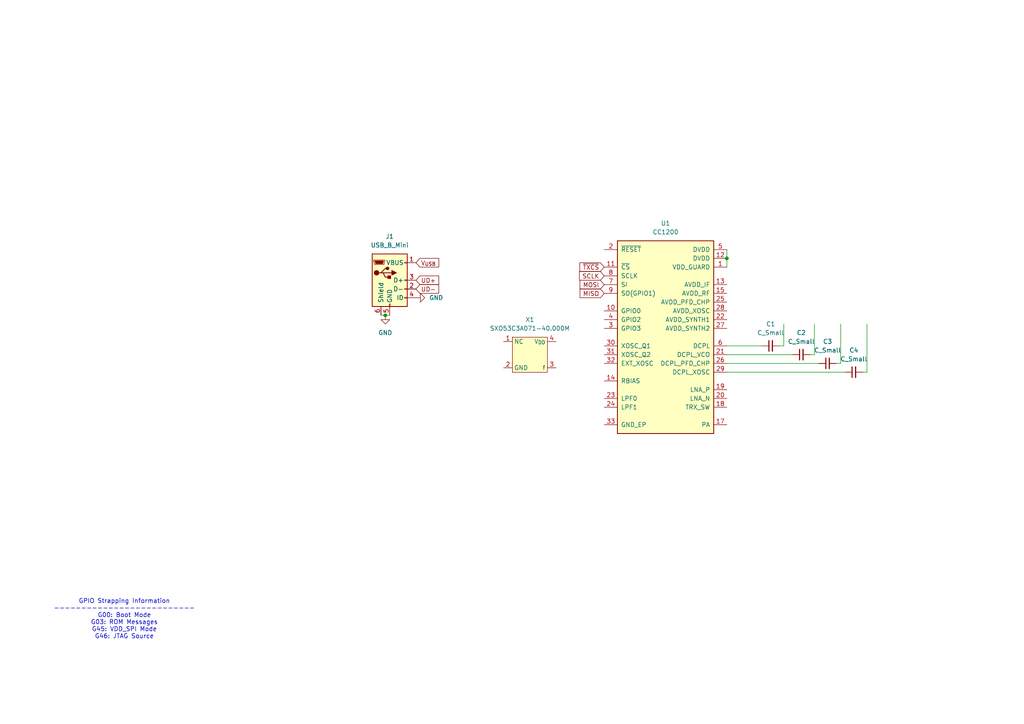
<source format=kicad_sch>
(kicad_sch (version 20231120) (generator "eeschema") (generator_version "8.0")
  (paper "A4")
  (lib_symbols
    (symbol "Connector:USB_B_Mini" (pin_names (offset 1.016))
      (property "Reference" "J" (at -5.08 11.43 0))
      (property "Value" "USB_B_Mini" (at -5.08 8.89 0))
      (symbol "USB_B_Mini_0_1"
        (rectangle (start -5.08 -7.62) (end 5.08 7.62) (stroke (width 0.254)) (fill (type background)))
        (circle (center -3.81 2.159) (radius 0.635) (stroke (width 0.254)) (fill (type outline)))
        (circle (center -0.635 3.429) (radius 0.381) (stroke (width 0.254)) (fill (type outline)))
        (rectangle (start -0.127 -7.62) (end 0.127 -6.858))
        (polyline (pts (xy -1.905 2.159) (xy 0.635 2.159)) (stroke (width 0.254)))
        (polyline (pts (xy -3.175 2.159) (xy -2.54 2.159) (xy -1.27 3.429) (xy -0.635 3.429)) (stroke (width 0.254)))
        (polyline (pts (xy -2.54 2.159) (xy -1.905 2.159) (xy -1.27 0.889) (xy 0 0.889)) (stroke (width 0.254)))
        (polyline (pts (xy 0.635 2.794) (xy 0.635 1.524) (xy 1.905 2.159) (xy 0.635 2.794)) (stroke (width 0.254)) (fill (type outline)))
        (polyline (pts (xy -4.318 5.588) (xy -1.778 5.588) (xy -2.032 4.826) (xy -4.064 4.826) (xy -4.318 5.588)) (fill (type outline)))
        (polyline (pts (xy -4.699 5.842) (xy -4.699 5.588) (xy -4.445 4.826) (xy -4.445 4.572) (xy -1.651 4.572) (xy -1.651 4.826) (xy -1.397 5.588) (xy -1.397 5.842) (xy -4.699 5.842)))
        (rectangle (start 0.254 1.27) (end -0.508 0.508) (stroke (width 0.254)) (fill (type outline)))
        (rectangle (start 5.08 -5.207) (end 4.318 -4.953))
        (rectangle (start 5.08 -2.667) (end 4.318 -2.413))
        (rectangle (start 5.08 -0.127) (end 4.318 0.127))
        (rectangle (start 5.08 4.953) (end 4.318 5.207))
      )
      (symbol "USB_B_Mini_1_1"
        (pin power_out line (at 7.62 5.08 180) (length 2.54) (name "VBUS") (number "1"))
        (pin bidirectional line (at 7.62 -2.54 180) (length 2.54) (name "D-") (number "2"))
        (pin bidirectional line (at 7.62 0 180) (length 2.54) (name "D+") (number "3"))
        (pin passive line (at 7.62 -5.08 180) (length 2.54) (name "ID") (number "4"))
        (pin power_out line (at 0 -10.16 90) (length 2.54) (name "GND") (number "5"))
        (pin passive line (at -2.54 -10.16 90) (length 2.54) (name "Shield") (number "6"))
      )
    )
    (symbol "Device:C_Small" (pin_numbers hide) (pin_names (offset 0.254) hide)
      (property "Reference" "C" (at 0.254 1.778 0))
      (property "Value" "C_Small" (at 0.254 -2.032 0))
      (symbol "C_Small_0_1"
        (polyline (pts (xy -1.524 -0.508) (xy 1.524 -0.508)) (stroke (width 0.3302)))
        (polyline (pts (xy -1.524 0.508) (xy 1.524 0.508)) (stroke (width 0.3048)))
      )
      (symbol "C_Small_1_1"
        (pin passive line (at 0 2.54 270) (length 2.032) (name "~") (number "1"))
        (pin passive line (at 0 -2.54 90) (length 2.032) (name "~") (number "2"))
      )
    )
    (symbol "RF:CC1200" (pin_names (offset 1.016))
      (property "Reference" "U" (at -12.7 29.21 0))
      (property "Value" "CC1200" (at -10.16 -29.21 0))
      (symbol "CC1200_0_1"
        (rectangle (start -13.97 27.94) (end 13.97 -27.94) (stroke (width 0.254)) (fill (type background)))
      )
      (symbol "CC1200_1_1"
        (pin power_in line (at 17.78 20.32 180) (length 3.81) (name "VDD_GUARD") (number "1"))
        (pin bidirectional line (at -17.78 7.62 0) (length 3.81) (name "GPIO0") (number "10"))
        (pin input line (at -17.78 20.32 0) (length 3.81) (name "~{CS}") (number "11"))
        (pin power_in line (at 17.78 22.86 180) (length 3.81) (name "DVDD") (number "12"))
        (pin power_in line (at 17.78 15.24 180) (length 3.81) (name "AVDD_IF") (number "13"))
        (pin passive line (at -17.78 -12.7 0) (length 3.81) (name "RBIAS") (number "14"))
        (pin power_in line (at 17.78 12.7 180) (length 3.81) (name "AVDD_RF") (number "15"))
        (pin passive line (at 17.78 -25.4 180) (length 3.81) (name "PA") (number "17"))
        (pin passive line (at 17.78 -20.32 180) (length 3.81) (name "TRX_SW") (number "18"))
        (pin passive line (at 17.78 -15.24 180) (length 3.81) (name "LNA_P") (number "19"))
        (pin input line (at -17.78 25.4 0) (length 3.81) (name "~{RESET}") (number "2"))
        (pin passive line (at 17.78 -17.78 180) (length 3.81) (name "LNA_N") (number "20"))
        (pin power_out line (at 17.78 -5.08 180) (length 3.81) (name "DCPL_VCO") (number "21"))
        (pin power_in line (at 17.78 5.08 180) (length 3.81) (name "AVDD_SYNTH1") (number "22"))
        (pin passive line (at -17.78 -17.78 0) (length 3.81) (name "LPF0") (number "23"))
        (pin passive line (at -17.78 -20.32 0) (length 3.81) (name "LPF1") (number "24"))
        (pin power_in line (at 17.78 10.16 180) (length 3.81) (name "AVDD_PFD_CHP") (number "25"))
        (pin power_out line (at 17.78 -7.62 180) (length 3.81) (name "DCPL_PFD_CHP") (number "26"))
        (pin power_in line (at 17.78 2.54 180) (length 3.81) (name "AVDD_SYNTH2") (number "27"))
        (pin power_in line (at 17.78 7.62 180) (length 3.81) (name "AVDD_XOSC") (number "28"))
        (pin power_out line (at 17.78 -10.16 180) (length 3.81) (name "DCPL_XOSC") (number "29"))
        (pin bidirectional line (at -17.78 2.54 0) (length 3.81) (name "GPIO3") (number "3"))
        (pin passive line (at -17.78 -2.54 0) (length 3.81) (name "XOSC_Q1") (number "30"))
        (pin passive line (at -17.78 -5.08 0) (length 3.81) (name "XOSC_Q2") (number "31"))
        (pin input line (at -17.78 -7.62 0) (length 3.81) (name "EXT_XOSC") (number "32"))
        (pin power_in line (at -17.78 -25.4 0) (length 3.81) (name "GND_EP") (number "33"))
        (pin bidirectional line (at -17.78 5.08 0) (length 3.81) (name "GPIO2") (number "4"))
        (pin power_in line (at 17.78 25.4 180) (length 3.81) (name "DVDD") (number "5"))
        (pin power_out line (at 17.78 -2.54 180) (length 3.81) (name "DCPL") (number "6"))
        (pin input line (at -17.78 15.24 0) (length 3.81) (name "SI") (number "7"))
        (pin input line (at -17.78 17.78 0) (length 3.81) (name "SCLK") (number "8"))
        (pin bidirectional line (at -17.78 12.7 0) (length 3.81) (name "SO(GPIO1)") (number "9"))
      )
    )
    (symbol "locals:SXO53C3A071-40.000M"
      (property "Reference" "X" (at 0 6.604 0))
      (property "Value" "SXO53C3A071-40.000M" (at 0.254 -7.366 0))
      (symbol "SXO53C3A071-40.000M_1_1"
        (rectangle (start -5.08 5.08) (end 5.08 -5.08) (fill (type background)))
        (pin input line (at -7.62 3.81 0) (length 2.54) (name "NC") (number "1"))
        (pin input line (at -7.62 -3.81 0) (length 2.54) (name "GND") (number "2"))
        (pin input line (at 7.62 -3.81 180) (length 2.54) (name "f") (number "3"))
        (pin input line (at 7.62 3.81 180) (length 2.54) (name "V_{DD}") (number "4"))
      )
    )
    (symbol "power:GND" (power) (pin_numbers hide) (pin_names (offset 0) hide)
      (property "Value" "GND" (at 0 -3.81 0))
      (symbol "GND_0_1"
        (polyline (pts (xy 0 0) (xy 0 -1.27) (xy 1.27 -1.27) (xy 0 -2.54) (xy -1.27 -1.27) (xy 0 -1.27)))
      )
      (symbol "GND_1_1"
        (pin power_in line (at 0 0 270) (length 0) (name "~") (number "1"))
      )
    )
  )
  (junction (at 210.82 74.93))
  (junction (at 111.76 91.44))
  (wire (pts (xy 111.76 91.44) (xy 113.03 91.44)))
  (wire (pts (xy 210.82 102.87) (xy 229.87 102.87)))
  (wire (pts (xy 210.82 107.95) (xy 245.11 107.95)))
  (wire (pts (xy 210.82 72.39) (xy 210.82 74.93)))
  (wire (pts (xy 210.82 105.41) (xy 237.49 105.41)))
  (wire (pts (xy 210.82 74.93) (xy 210.82 77.47)))
  (wire (pts (xy 236.22 93.98) (xy 236.22 102.87)))
  (wire (pts (xy 227.33 93.98) (xy 227.33 100.33)))
  (wire (pts (xy 226.06 100.33) (xy 227.33 100.33)))
  (wire (pts (xy 234.95 102.87) (xy 236.22 102.87)))
  (wire (pts (xy 243.84 93.98) (xy 243.84 105.41)))
  (wire (pts (xy 250.19 107.95) (xy 251.46 107.95)))
  (wire (pts (xy 251.46 93.98) (xy 251.46 107.95)))
  (wire (pts (xy 110.49 91.44) (xy 111.76 91.44)))
  (wire (pts (xy 210.82 100.33) (xy 220.98 100.33)))
  (wire (pts (xy 242.57 105.41) (xy 243.84 105.41)))
  (text "GPIO Strapping Information\n--------------------------\nG00: Boot Mode\nG03: ROM Messages\nG45: VDD_SPI Mode\nG46: JTAG Source" (at 36.068 179.578 0) (effects (font (size 1.27 1.27))))
  (global_label "UD+" (shape input) (at 120.65 81.28 0) (property "Intersheetrefs" "${INTERSHEET_REFS}" (effects (hide yes))))
  (global_label "~{TXCS}" (shape input) (at 175.26 77.47 180) (property "Intersheetrefs" "${INTERSHEET_REFS}" (effects (hide yes))))
  (global_label "V_{USB}" (shape input) (at 120.65 76.2 0) (property "Intersheetrefs" "${INTERSHEET_REFS}" (effects (hide yes))))
  (global_label "UD-" (shape input) (at 120.65 83.82 0) (property "Intersheetrefs" "${INTERSHEET_REFS}" (effects (hide yes))))
  (global_label "SCLK" (shape input) (at 175.26 80.01 180) (property "Intersheetrefs" "${INTERSHEET_REFS}" (effects (hide yes))))
  (global_label "MISO" (shape input) (at 175.26 85.09 180) (property "Intersheetrefs" "${INTERSHEET_REFS}" (effects (hide yes))))
  (global_label "MOSI" (shape input) (at 175.26 82.55 180) (property "Intersheetrefs" "${INTERSHEET_REFS}" (effects (hide yes))))
  (symbol (lib_id "Connector:USB_B_Mini") (at 113.03 81.28 0) (unit 1)
    (property "Reference" "J1" (at 113.03 68.58 0))
    (property "Value" "USB_B_Mini" (at 113.03 71.12 0))
    (property "Description" "USB Mini Type B connector" (effects (hide yes)))
  )
  (symbol (lib_id "power:GND") (at 120.65 86.36 90) (unit 1)
    (property "Reference" "#PWR01" (effects (hide yes)))
    (property "Value" "GND" (at 124.46 86.3599 90) (effects (justify right)))
    (property "Description" "Power symbol creates a global label with name \"GND\" , ground" (effects (hide yes)))
  )
  (symbol (lib_id "power:GND") (at 111.76 91.44 0) (unit 1)
    (property "Reference" "#PWR02" (effects (hide yes)))
    (property "Value" "GND" (at 111.76 96.52 0))
    (property "Description" "Power symbol creates a global label with name \"GND\" , ground" (effects (hide yes)))
  )
  (symbol (lib_id "Device:C_Small") (at 247.65 107.95 90) (unit 1)
    (property "Reference" "C4" (at 247.6563 101.6 90))
    (property "Value" "C_Small" (at 247.6563 104.14 90))
    (property "Description" "Unpolarized capacitor, small symbol" (effects (hide yes)))
  )
  (symbol (lib_id "Device:C_Small") (at 232.41 102.87 90) (unit 1)
    (property "Reference" "C2" (at 232.4163 96.52 90))
    (property "Value" "C_Small" (at 232.4163 99.06 90))
    (property "Description" "Unpolarized capacitor, small symbol" (effects (hide yes)))
  )
  (symbol (lib_id "locals:SXO53C3A071-40.000M") (at 153.67 102.87 0) (unit 1)
    (property "Reference" "X1" (at 153.67 92.71 0))
    (property "Value" "SXO53C3A071-40.000M" (at 153.67 95.25 0))
    (property "Footprint" "Crystal:Crystal_SMD_5032-4Pin_5.0x3.2mm" (effects (hide yes)))
  )
  (symbol (lib_id "Device:C_Small") (at 223.52 100.33 90) (unit 1)
    (property "Reference" "C1" (at 223.5263 93.98 90))
    (property "Value" "C_Small" (at 223.5263 96.52 90))
    (property "Description" "Unpolarized capacitor, small symbol" (effects (hide yes)))
  )
  (symbol (lib_id "RF:CC1200") (at 193.04 97.79 0) (unit 1)
    (property "Reference" "U1" (at 193.04 64.77 0))
    (property "Value" "CC1200" (at 193.04 67.31 0))
    (property "Footprint" "Package_DFN_QFN:QFN-32-1EP_5x5mm_P0.5mm_EP3.45x3.45mm" (effects (hide yes)))
    (property "Datasheet" "http://www.ti.com/lit/ds/symlink/cc1200.pdf" (effects (hide yes)))
    (property "Description" "Low-Power, High-Performance RF Transceiver, QFN-32" (effects (hide yes)))
  )
  (symbol (lib_id "Device:C_Small") (at 240.03 105.41 90) (unit 1)
    (property "Reference" "C3" (at 240.0363 99.06 90))
    (property "Value" "C_Small" (at 240.0363 101.6 90))
    (property "Description" "Unpolarized capacitor, small symbol" (effects (hide yes)))
  )
)
</source>
